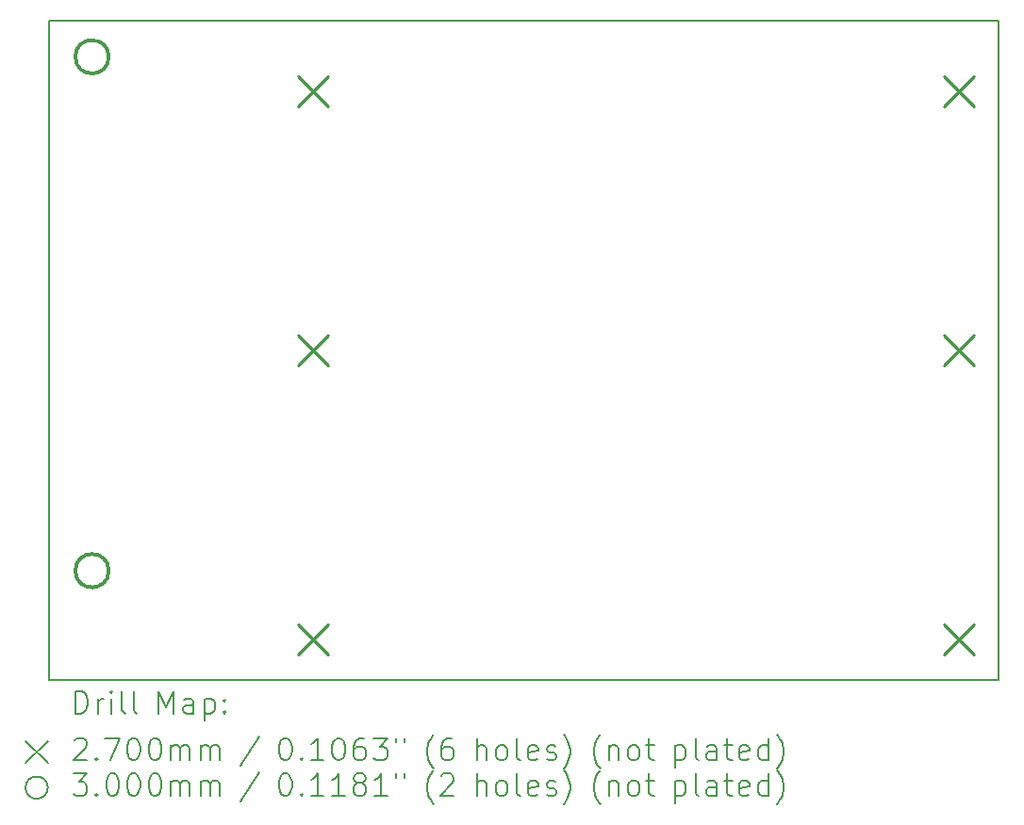
<source format=gbr>
%TF.GenerationSoftware,KiCad,Pcbnew,(7.0.0-0)*%
%TF.CreationDate,2023-03-06T18:17:48+00:00*%
%TF.ProjectId,AuxBoard,41757842-6f61-4726-942e-6b696361645f,rev?*%
%TF.SameCoordinates,Original*%
%TF.FileFunction,Drillmap*%
%TF.FilePolarity,Positive*%
%FSLAX45Y45*%
G04 Gerber Fmt 4.5, Leading zero omitted, Abs format (unit mm)*
G04 Created by KiCad (PCBNEW (7.0.0-0)) date 2023-03-06 18:17:48*
%MOMM*%
%LPD*%
G01*
G04 APERTURE LIST*
%ADD10C,0.200000*%
%ADD11C,0.270000*%
%ADD12C,0.300000*%
G04 APERTURE END LIST*
D10*
X10475000Y-4975000D02*
X19000000Y-4975000D01*
X19000000Y-4975000D02*
X19000000Y-10900000D01*
X19000000Y-10900000D02*
X10475000Y-10900000D01*
X10475000Y-10900000D02*
X10475000Y-4975000D01*
D11*
X12715000Y-5477500D02*
X12985000Y-5747500D01*
X12985000Y-5477500D02*
X12715000Y-5747500D01*
X12715000Y-7802500D02*
X12985000Y-8072500D01*
X12985000Y-7802500D02*
X12715000Y-8072500D01*
X12715000Y-10402500D02*
X12985000Y-10672500D01*
X12985000Y-10402500D02*
X12715000Y-10672500D01*
X18515000Y-5477500D02*
X18785000Y-5747500D01*
X18785000Y-5477500D02*
X18515000Y-5747500D01*
X18515000Y-7802500D02*
X18785000Y-8072500D01*
X18785000Y-7802500D02*
X18515000Y-8072500D01*
X18515000Y-10402500D02*
X18785000Y-10672500D01*
X18785000Y-10402500D02*
X18515000Y-10672500D01*
D12*
X11012500Y-5300000D02*
G75*
G03*
X11012500Y-5300000I-150000J0D01*
G01*
X11012500Y-9920000D02*
G75*
G03*
X11012500Y-9920000I-150000J0D01*
G01*
D10*
X10712619Y-11203476D02*
X10712619Y-11003476D01*
X10712619Y-11003476D02*
X10760238Y-11003476D01*
X10760238Y-11003476D02*
X10788810Y-11013000D01*
X10788810Y-11013000D02*
X10807857Y-11032048D01*
X10807857Y-11032048D02*
X10817381Y-11051095D01*
X10817381Y-11051095D02*
X10826905Y-11089190D01*
X10826905Y-11089190D02*
X10826905Y-11117762D01*
X10826905Y-11117762D02*
X10817381Y-11155857D01*
X10817381Y-11155857D02*
X10807857Y-11174905D01*
X10807857Y-11174905D02*
X10788810Y-11193952D01*
X10788810Y-11193952D02*
X10760238Y-11203476D01*
X10760238Y-11203476D02*
X10712619Y-11203476D01*
X10912619Y-11203476D02*
X10912619Y-11070143D01*
X10912619Y-11108238D02*
X10922143Y-11089190D01*
X10922143Y-11089190D02*
X10931667Y-11079667D01*
X10931667Y-11079667D02*
X10950714Y-11070143D01*
X10950714Y-11070143D02*
X10969762Y-11070143D01*
X11036429Y-11203476D02*
X11036429Y-11070143D01*
X11036429Y-11003476D02*
X11026905Y-11013000D01*
X11026905Y-11013000D02*
X11036429Y-11022524D01*
X11036429Y-11022524D02*
X11045952Y-11013000D01*
X11045952Y-11013000D02*
X11036429Y-11003476D01*
X11036429Y-11003476D02*
X11036429Y-11022524D01*
X11160238Y-11203476D02*
X11141190Y-11193952D01*
X11141190Y-11193952D02*
X11131667Y-11174905D01*
X11131667Y-11174905D02*
X11131667Y-11003476D01*
X11265000Y-11203476D02*
X11245952Y-11193952D01*
X11245952Y-11193952D02*
X11236428Y-11174905D01*
X11236428Y-11174905D02*
X11236428Y-11003476D01*
X11461190Y-11203476D02*
X11461190Y-11003476D01*
X11461190Y-11003476D02*
X11527857Y-11146333D01*
X11527857Y-11146333D02*
X11594524Y-11003476D01*
X11594524Y-11003476D02*
X11594524Y-11203476D01*
X11775476Y-11203476D02*
X11775476Y-11098714D01*
X11775476Y-11098714D02*
X11765952Y-11079667D01*
X11765952Y-11079667D02*
X11746905Y-11070143D01*
X11746905Y-11070143D02*
X11708809Y-11070143D01*
X11708809Y-11070143D02*
X11689762Y-11079667D01*
X11775476Y-11193952D02*
X11756428Y-11203476D01*
X11756428Y-11203476D02*
X11708809Y-11203476D01*
X11708809Y-11203476D02*
X11689762Y-11193952D01*
X11689762Y-11193952D02*
X11680238Y-11174905D01*
X11680238Y-11174905D02*
X11680238Y-11155857D01*
X11680238Y-11155857D02*
X11689762Y-11136810D01*
X11689762Y-11136810D02*
X11708809Y-11127286D01*
X11708809Y-11127286D02*
X11756428Y-11127286D01*
X11756428Y-11127286D02*
X11775476Y-11117762D01*
X11870714Y-11070143D02*
X11870714Y-11270143D01*
X11870714Y-11079667D02*
X11889762Y-11070143D01*
X11889762Y-11070143D02*
X11927857Y-11070143D01*
X11927857Y-11070143D02*
X11946905Y-11079667D01*
X11946905Y-11079667D02*
X11956428Y-11089190D01*
X11956428Y-11089190D02*
X11965952Y-11108238D01*
X11965952Y-11108238D02*
X11965952Y-11165381D01*
X11965952Y-11165381D02*
X11956428Y-11184429D01*
X11956428Y-11184429D02*
X11946905Y-11193952D01*
X11946905Y-11193952D02*
X11927857Y-11203476D01*
X11927857Y-11203476D02*
X11889762Y-11203476D01*
X11889762Y-11203476D02*
X11870714Y-11193952D01*
X12051667Y-11184429D02*
X12061190Y-11193952D01*
X12061190Y-11193952D02*
X12051667Y-11203476D01*
X12051667Y-11203476D02*
X12042143Y-11193952D01*
X12042143Y-11193952D02*
X12051667Y-11184429D01*
X12051667Y-11184429D02*
X12051667Y-11203476D01*
X12051667Y-11079667D02*
X12061190Y-11089190D01*
X12061190Y-11089190D02*
X12051667Y-11098714D01*
X12051667Y-11098714D02*
X12042143Y-11089190D01*
X12042143Y-11089190D02*
X12051667Y-11079667D01*
X12051667Y-11079667D02*
X12051667Y-11098714D01*
X10265000Y-11450000D02*
X10465000Y-11650000D01*
X10465000Y-11450000D02*
X10265000Y-11650000D01*
X10703095Y-11442524D02*
X10712619Y-11433000D01*
X10712619Y-11433000D02*
X10731667Y-11423476D01*
X10731667Y-11423476D02*
X10779286Y-11423476D01*
X10779286Y-11423476D02*
X10798333Y-11433000D01*
X10798333Y-11433000D02*
X10807857Y-11442524D01*
X10807857Y-11442524D02*
X10817381Y-11461571D01*
X10817381Y-11461571D02*
X10817381Y-11480619D01*
X10817381Y-11480619D02*
X10807857Y-11509190D01*
X10807857Y-11509190D02*
X10693571Y-11623476D01*
X10693571Y-11623476D02*
X10817381Y-11623476D01*
X10903095Y-11604428D02*
X10912619Y-11613952D01*
X10912619Y-11613952D02*
X10903095Y-11623476D01*
X10903095Y-11623476D02*
X10893571Y-11613952D01*
X10893571Y-11613952D02*
X10903095Y-11604428D01*
X10903095Y-11604428D02*
X10903095Y-11623476D01*
X10979286Y-11423476D02*
X11112619Y-11423476D01*
X11112619Y-11423476D02*
X11026905Y-11623476D01*
X11226905Y-11423476D02*
X11245952Y-11423476D01*
X11245952Y-11423476D02*
X11265000Y-11433000D01*
X11265000Y-11433000D02*
X11274524Y-11442524D01*
X11274524Y-11442524D02*
X11284048Y-11461571D01*
X11284048Y-11461571D02*
X11293571Y-11499667D01*
X11293571Y-11499667D02*
X11293571Y-11547286D01*
X11293571Y-11547286D02*
X11284048Y-11585381D01*
X11284048Y-11585381D02*
X11274524Y-11604428D01*
X11274524Y-11604428D02*
X11265000Y-11613952D01*
X11265000Y-11613952D02*
X11245952Y-11623476D01*
X11245952Y-11623476D02*
X11226905Y-11623476D01*
X11226905Y-11623476D02*
X11207857Y-11613952D01*
X11207857Y-11613952D02*
X11198333Y-11604428D01*
X11198333Y-11604428D02*
X11188809Y-11585381D01*
X11188809Y-11585381D02*
X11179286Y-11547286D01*
X11179286Y-11547286D02*
X11179286Y-11499667D01*
X11179286Y-11499667D02*
X11188809Y-11461571D01*
X11188809Y-11461571D02*
X11198333Y-11442524D01*
X11198333Y-11442524D02*
X11207857Y-11433000D01*
X11207857Y-11433000D02*
X11226905Y-11423476D01*
X11417381Y-11423476D02*
X11436429Y-11423476D01*
X11436429Y-11423476D02*
X11455476Y-11433000D01*
X11455476Y-11433000D02*
X11465000Y-11442524D01*
X11465000Y-11442524D02*
X11474524Y-11461571D01*
X11474524Y-11461571D02*
X11484048Y-11499667D01*
X11484048Y-11499667D02*
X11484048Y-11547286D01*
X11484048Y-11547286D02*
X11474524Y-11585381D01*
X11474524Y-11585381D02*
X11465000Y-11604428D01*
X11465000Y-11604428D02*
X11455476Y-11613952D01*
X11455476Y-11613952D02*
X11436429Y-11623476D01*
X11436429Y-11623476D02*
X11417381Y-11623476D01*
X11417381Y-11623476D02*
X11398333Y-11613952D01*
X11398333Y-11613952D02*
X11388809Y-11604428D01*
X11388809Y-11604428D02*
X11379286Y-11585381D01*
X11379286Y-11585381D02*
X11369762Y-11547286D01*
X11369762Y-11547286D02*
X11369762Y-11499667D01*
X11369762Y-11499667D02*
X11379286Y-11461571D01*
X11379286Y-11461571D02*
X11388809Y-11442524D01*
X11388809Y-11442524D02*
X11398333Y-11433000D01*
X11398333Y-11433000D02*
X11417381Y-11423476D01*
X11569762Y-11623476D02*
X11569762Y-11490143D01*
X11569762Y-11509190D02*
X11579286Y-11499667D01*
X11579286Y-11499667D02*
X11598333Y-11490143D01*
X11598333Y-11490143D02*
X11626905Y-11490143D01*
X11626905Y-11490143D02*
X11645952Y-11499667D01*
X11645952Y-11499667D02*
X11655476Y-11518714D01*
X11655476Y-11518714D02*
X11655476Y-11623476D01*
X11655476Y-11518714D02*
X11665000Y-11499667D01*
X11665000Y-11499667D02*
X11684048Y-11490143D01*
X11684048Y-11490143D02*
X11712619Y-11490143D01*
X11712619Y-11490143D02*
X11731667Y-11499667D01*
X11731667Y-11499667D02*
X11741190Y-11518714D01*
X11741190Y-11518714D02*
X11741190Y-11623476D01*
X11836429Y-11623476D02*
X11836429Y-11490143D01*
X11836429Y-11509190D02*
X11845952Y-11499667D01*
X11845952Y-11499667D02*
X11865000Y-11490143D01*
X11865000Y-11490143D02*
X11893571Y-11490143D01*
X11893571Y-11490143D02*
X11912619Y-11499667D01*
X11912619Y-11499667D02*
X11922143Y-11518714D01*
X11922143Y-11518714D02*
X11922143Y-11623476D01*
X11922143Y-11518714D02*
X11931667Y-11499667D01*
X11931667Y-11499667D02*
X11950714Y-11490143D01*
X11950714Y-11490143D02*
X11979286Y-11490143D01*
X11979286Y-11490143D02*
X11998333Y-11499667D01*
X11998333Y-11499667D02*
X12007857Y-11518714D01*
X12007857Y-11518714D02*
X12007857Y-11623476D01*
X12365952Y-11413952D02*
X12194524Y-11671095D01*
X12590714Y-11423476D02*
X12609762Y-11423476D01*
X12609762Y-11423476D02*
X12628810Y-11433000D01*
X12628810Y-11433000D02*
X12638333Y-11442524D01*
X12638333Y-11442524D02*
X12647857Y-11461571D01*
X12647857Y-11461571D02*
X12657381Y-11499667D01*
X12657381Y-11499667D02*
X12657381Y-11547286D01*
X12657381Y-11547286D02*
X12647857Y-11585381D01*
X12647857Y-11585381D02*
X12638333Y-11604428D01*
X12638333Y-11604428D02*
X12628810Y-11613952D01*
X12628810Y-11613952D02*
X12609762Y-11623476D01*
X12609762Y-11623476D02*
X12590714Y-11623476D01*
X12590714Y-11623476D02*
X12571667Y-11613952D01*
X12571667Y-11613952D02*
X12562143Y-11604428D01*
X12562143Y-11604428D02*
X12552619Y-11585381D01*
X12552619Y-11585381D02*
X12543095Y-11547286D01*
X12543095Y-11547286D02*
X12543095Y-11499667D01*
X12543095Y-11499667D02*
X12552619Y-11461571D01*
X12552619Y-11461571D02*
X12562143Y-11442524D01*
X12562143Y-11442524D02*
X12571667Y-11433000D01*
X12571667Y-11433000D02*
X12590714Y-11423476D01*
X12743095Y-11604428D02*
X12752619Y-11613952D01*
X12752619Y-11613952D02*
X12743095Y-11623476D01*
X12743095Y-11623476D02*
X12733571Y-11613952D01*
X12733571Y-11613952D02*
X12743095Y-11604428D01*
X12743095Y-11604428D02*
X12743095Y-11623476D01*
X12943095Y-11623476D02*
X12828810Y-11623476D01*
X12885952Y-11623476D02*
X12885952Y-11423476D01*
X12885952Y-11423476D02*
X12866905Y-11452048D01*
X12866905Y-11452048D02*
X12847857Y-11471095D01*
X12847857Y-11471095D02*
X12828810Y-11480619D01*
X13066905Y-11423476D02*
X13085952Y-11423476D01*
X13085952Y-11423476D02*
X13105000Y-11433000D01*
X13105000Y-11433000D02*
X13114524Y-11442524D01*
X13114524Y-11442524D02*
X13124048Y-11461571D01*
X13124048Y-11461571D02*
X13133571Y-11499667D01*
X13133571Y-11499667D02*
X13133571Y-11547286D01*
X13133571Y-11547286D02*
X13124048Y-11585381D01*
X13124048Y-11585381D02*
X13114524Y-11604428D01*
X13114524Y-11604428D02*
X13105000Y-11613952D01*
X13105000Y-11613952D02*
X13085952Y-11623476D01*
X13085952Y-11623476D02*
X13066905Y-11623476D01*
X13066905Y-11623476D02*
X13047857Y-11613952D01*
X13047857Y-11613952D02*
X13038333Y-11604428D01*
X13038333Y-11604428D02*
X13028810Y-11585381D01*
X13028810Y-11585381D02*
X13019286Y-11547286D01*
X13019286Y-11547286D02*
X13019286Y-11499667D01*
X13019286Y-11499667D02*
X13028810Y-11461571D01*
X13028810Y-11461571D02*
X13038333Y-11442524D01*
X13038333Y-11442524D02*
X13047857Y-11433000D01*
X13047857Y-11433000D02*
X13066905Y-11423476D01*
X13305000Y-11423476D02*
X13266905Y-11423476D01*
X13266905Y-11423476D02*
X13247857Y-11433000D01*
X13247857Y-11433000D02*
X13238333Y-11442524D01*
X13238333Y-11442524D02*
X13219286Y-11471095D01*
X13219286Y-11471095D02*
X13209762Y-11509190D01*
X13209762Y-11509190D02*
X13209762Y-11585381D01*
X13209762Y-11585381D02*
X13219286Y-11604428D01*
X13219286Y-11604428D02*
X13228810Y-11613952D01*
X13228810Y-11613952D02*
X13247857Y-11623476D01*
X13247857Y-11623476D02*
X13285952Y-11623476D01*
X13285952Y-11623476D02*
X13305000Y-11613952D01*
X13305000Y-11613952D02*
X13314524Y-11604428D01*
X13314524Y-11604428D02*
X13324048Y-11585381D01*
X13324048Y-11585381D02*
X13324048Y-11537762D01*
X13324048Y-11537762D02*
X13314524Y-11518714D01*
X13314524Y-11518714D02*
X13305000Y-11509190D01*
X13305000Y-11509190D02*
X13285952Y-11499667D01*
X13285952Y-11499667D02*
X13247857Y-11499667D01*
X13247857Y-11499667D02*
X13228810Y-11509190D01*
X13228810Y-11509190D02*
X13219286Y-11518714D01*
X13219286Y-11518714D02*
X13209762Y-11537762D01*
X13390714Y-11423476D02*
X13514524Y-11423476D01*
X13514524Y-11423476D02*
X13447857Y-11499667D01*
X13447857Y-11499667D02*
X13476429Y-11499667D01*
X13476429Y-11499667D02*
X13495476Y-11509190D01*
X13495476Y-11509190D02*
X13505000Y-11518714D01*
X13505000Y-11518714D02*
X13514524Y-11537762D01*
X13514524Y-11537762D02*
X13514524Y-11585381D01*
X13514524Y-11585381D02*
X13505000Y-11604428D01*
X13505000Y-11604428D02*
X13495476Y-11613952D01*
X13495476Y-11613952D02*
X13476429Y-11623476D01*
X13476429Y-11623476D02*
X13419286Y-11623476D01*
X13419286Y-11623476D02*
X13400238Y-11613952D01*
X13400238Y-11613952D02*
X13390714Y-11604428D01*
X13590714Y-11423476D02*
X13590714Y-11461571D01*
X13666905Y-11423476D02*
X13666905Y-11461571D01*
X13929762Y-11699667D02*
X13920238Y-11690143D01*
X13920238Y-11690143D02*
X13901191Y-11661571D01*
X13901191Y-11661571D02*
X13891667Y-11642524D01*
X13891667Y-11642524D02*
X13882143Y-11613952D01*
X13882143Y-11613952D02*
X13872619Y-11566333D01*
X13872619Y-11566333D02*
X13872619Y-11528238D01*
X13872619Y-11528238D02*
X13882143Y-11480619D01*
X13882143Y-11480619D02*
X13891667Y-11452048D01*
X13891667Y-11452048D02*
X13901191Y-11433000D01*
X13901191Y-11433000D02*
X13920238Y-11404428D01*
X13920238Y-11404428D02*
X13929762Y-11394905D01*
X14091667Y-11423476D02*
X14053571Y-11423476D01*
X14053571Y-11423476D02*
X14034524Y-11433000D01*
X14034524Y-11433000D02*
X14025000Y-11442524D01*
X14025000Y-11442524D02*
X14005952Y-11471095D01*
X14005952Y-11471095D02*
X13996429Y-11509190D01*
X13996429Y-11509190D02*
X13996429Y-11585381D01*
X13996429Y-11585381D02*
X14005952Y-11604428D01*
X14005952Y-11604428D02*
X14015476Y-11613952D01*
X14015476Y-11613952D02*
X14034524Y-11623476D01*
X14034524Y-11623476D02*
X14072619Y-11623476D01*
X14072619Y-11623476D02*
X14091667Y-11613952D01*
X14091667Y-11613952D02*
X14101191Y-11604428D01*
X14101191Y-11604428D02*
X14110714Y-11585381D01*
X14110714Y-11585381D02*
X14110714Y-11537762D01*
X14110714Y-11537762D02*
X14101191Y-11518714D01*
X14101191Y-11518714D02*
X14091667Y-11509190D01*
X14091667Y-11509190D02*
X14072619Y-11499667D01*
X14072619Y-11499667D02*
X14034524Y-11499667D01*
X14034524Y-11499667D02*
X14015476Y-11509190D01*
X14015476Y-11509190D02*
X14005952Y-11518714D01*
X14005952Y-11518714D02*
X13996429Y-11537762D01*
X14316429Y-11623476D02*
X14316429Y-11423476D01*
X14402143Y-11623476D02*
X14402143Y-11518714D01*
X14402143Y-11518714D02*
X14392619Y-11499667D01*
X14392619Y-11499667D02*
X14373572Y-11490143D01*
X14373572Y-11490143D02*
X14345000Y-11490143D01*
X14345000Y-11490143D02*
X14325952Y-11499667D01*
X14325952Y-11499667D02*
X14316429Y-11509190D01*
X14525952Y-11623476D02*
X14506905Y-11613952D01*
X14506905Y-11613952D02*
X14497381Y-11604428D01*
X14497381Y-11604428D02*
X14487857Y-11585381D01*
X14487857Y-11585381D02*
X14487857Y-11528238D01*
X14487857Y-11528238D02*
X14497381Y-11509190D01*
X14497381Y-11509190D02*
X14506905Y-11499667D01*
X14506905Y-11499667D02*
X14525952Y-11490143D01*
X14525952Y-11490143D02*
X14554524Y-11490143D01*
X14554524Y-11490143D02*
X14573572Y-11499667D01*
X14573572Y-11499667D02*
X14583095Y-11509190D01*
X14583095Y-11509190D02*
X14592619Y-11528238D01*
X14592619Y-11528238D02*
X14592619Y-11585381D01*
X14592619Y-11585381D02*
X14583095Y-11604428D01*
X14583095Y-11604428D02*
X14573572Y-11613952D01*
X14573572Y-11613952D02*
X14554524Y-11623476D01*
X14554524Y-11623476D02*
X14525952Y-11623476D01*
X14706905Y-11623476D02*
X14687857Y-11613952D01*
X14687857Y-11613952D02*
X14678333Y-11594905D01*
X14678333Y-11594905D02*
X14678333Y-11423476D01*
X14859286Y-11613952D02*
X14840238Y-11623476D01*
X14840238Y-11623476D02*
X14802143Y-11623476D01*
X14802143Y-11623476D02*
X14783095Y-11613952D01*
X14783095Y-11613952D02*
X14773572Y-11594905D01*
X14773572Y-11594905D02*
X14773572Y-11518714D01*
X14773572Y-11518714D02*
X14783095Y-11499667D01*
X14783095Y-11499667D02*
X14802143Y-11490143D01*
X14802143Y-11490143D02*
X14840238Y-11490143D01*
X14840238Y-11490143D02*
X14859286Y-11499667D01*
X14859286Y-11499667D02*
X14868810Y-11518714D01*
X14868810Y-11518714D02*
X14868810Y-11537762D01*
X14868810Y-11537762D02*
X14773572Y-11556809D01*
X14945000Y-11613952D02*
X14964048Y-11623476D01*
X14964048Y-11623476D02*
X15002143Y-11623476D01*
X15002143Y-11623476D02*
X15021191Y-11613952D01*
X15021191Y-11613952D02*
X15030714Y-11594905D01*
X15030714Y-11594905D02*
X15030714Y-11585381D01*
X15030714Y-11585381D02*
X15021191Y-11566333D01*
X15021191Y-11566333D02*
X15002143Y-11556809D01*
X15002143Y-11556809D02*
X14973572Y-11556809D01*
X14973572Y-11556809D02*
X14954524Y-11547286D01*
X14954524Y-11547286D02*
X14945000Y-11528238D01*
X14945000Y-11528238D02*
X14945000Y-11518714D01*
X14945000Y-11518714D02*
X14954524Y-11499667D01*
X14954524Y-11499667D02*
X14973572Y-11490143D01*
X14973572Y-11490143D02*
X15002143Y-11490143D01*
X15002143Y-11490143D02*
X15021191Y-11499667D01*
X15097381Y-11699667D02*
X15106905Y-11690143D01*
X15106905Y-11690143D02*
X15125953Y-11661571D01*
X15125953Y-11661571D02*
X15135476Y-11642524D01*
X15135476Y-11642524D02*
X15145000Y-11613952D01*
X15145000Y-11613952D02*
X15154524Y-11566333D01*
X15154524Y-11566333D02*
X15154524Y-11528238D01*
X15154524Y-11528238D02*
X15145000Y-11480619D01*
X15145000Y-11480619D02*
X15135476Y-11452048D01*
X15135476Y-11452048D02*
X15125953Y-11433000D01*
X15125953Y-11433000D02*
X15106905Y-11404428D01*
X15106905Y-11404428D02*
X15097381Y-11394905D01*
X15426905Y-11699667D02*
X15417381Y-11690143D01*
X15417381Y-11690143D02*
X15398333Y-11661571D01*
X15398333Y-11661571D02*
X15388810Y-11642524D01*
X15388810Y-11642524D02*
X15379286Y-11613952D01*
X15379286Y-11613952D02*
X15369762Y-11566333D01*
X15369762Y-11566333D02*
X15369762Y-11528238D01*
X15369762Y-11528238D02*
X15379286Y-11480619D01*
X15379286Y-11480619D02*
X15388810Y-11452048D01*
X15388810Y-11452048D02*
X15398333Y-11433000D01*
X15398333Y-11433000D02*
X15417381Y-11404428D01*
X15417381Y-11404428D02*
X15426905Y-11394905D01*
X15503095Y-11490143D02*
X15503095Y-11623476D01*
X15503095Y-11509190D02*
X15512619Y-11499667D01*
X15512619Y-11499667D02*
X15531667Y-11490143D01*
X15531667Y-11490143D02*
X15560238Y-11490143D01*
X15560238Y-11490143D02*
X15579286Y-11499667D01*
X15579286Y-11499667D02*
X15588810Y-11518714D01*
X15588810Y-11518714D02*
X15588810Y-11623476D01*
X15712619Y-11623476D02*
X15693572Y-11613952D01*
X15693572Y-11613952D02*
X15684048Y-11604428D01*
X15684048Y-11604428D02*
X15674524Y-11585381D01*
X15674524Y-11585381D02*
X15674524Y-11528238D01*
X15674524Y-11528238D02*
X15684048Y-11509190D01*
X15684048Y-11509190D02*
X15693572Y-11499667D01*
X15693572Y-11499667D02*
X15712619Y-11490143D01*
X15712619Y-11490143D02*
X15741191Y-11490143D01*
X15741191Y-11490143D02*
X15760238Y-11499667D01*
X15760238Y-11499667D02*
X15769762Y-11509190D01*
X15769762Y-11509190D02*
X15779286Y-11528238D01*
X15779286Y-11528238D02*
X15779286Y-11585381D01*
X15779286Y-11585381D02*
X15769762Y-11604428D01*
X15769762Y-11604428D02*
X15760238Y-11613952D01*
X15760238Y-11613952D02*
X15741191Y-11623476D01*
X15741191Y-11623476D02*
X15712619Y-11623476D01*
X15836429Y-11490143D02*
X15912619Y-11490143D01*
X15865000Y-11423476D02*
X15865000Y-11594905D01*
X15865000Y-11594905D02*
X15874524Y-11613952D01*
X15874524Y-11613952D02*
X15893572Y-11623476D01*
X15893572Y-11623476D02*
X15912619Y-11623476D01*
X16099286Y-11490143D02*
X16099286Y-11690143D01*
X16099286Y-11499667D02*
X16118333Y-11490143D01*
X16118333Y-11490143D02*
X16156429Y-11490143D01*
X16156429Y-11490143D02*
X16175476Y-11499667D01*
X16175476Y-11499667D02*
X16185000Y-11509190D01*
X16185000Y-11509190D02*
X16194524Y-11528238D01*
X16194524Y-11528238D02*
X16194524Y-11585381D01*
X16194524Y-11585381D02*
X16185000Y-11604428D01*
X16185000Y-11604428D02*
X16175476Y-11613952D01*
X16175476Y-11613952D02*
X16156429Y-11623476D01*
X16156429Y-11623476D02*
X16118333Y-11623476D01*
X16118333Y-11623476D02*
X16099286Y-11613952D01*
X16308810Y-11623476D02*
X16289762Y-11613952D01*
X16289762Y-11613952D02*
X16280238Y-11594905D01*
X16280238Y-11594905D02*
X16280238Y-11423476D01*
X16470714Y-11623476D02*
X16470714Y-11518714D01*
X16470714Y-11518714D02*
X16461191Y-11499667D01*
X16461191Y-11499667D02*
X16442143Y-11490143D01*
X16442143Y-11490143D02*
X16404048Y-11490143D01*
X16404048Y-11490143D02*
X16385000Y-11499667D01*
X16470714Y-11613952D02*
X16451667Y-11623476D01*
X16451667Y-11623476D02*
X16404048Y-11623476D01*
X16404048Y-11623476D02*
X16385000Y-11613952D01*
X16385000Y-11613952D02*
X16375476Y-11594905D01*
X16375476Y-11594905D02*
X16375476Y-11575857D01*
X16375476Y-11575857D02*
X16385000Y-11556809D01*
X16385000Y-11556809D02*
X16404048Y-11547286D01*
X16404048Y-11547286D02*
X16451667Y-11547286D01*
X16451667Y-11547286D02*
X16470714Y-11537762D01*
X16537381Y-11490143D02*
X16613572Y-11490143D01*
X16565953Y-11423476D02*
X16565953Y-11594905D01*
X16565953Y-11594905D02*
X16575476Y-11613952D01*
X16575476Y-11613952D02*
X16594524Y-11623476D01*
X16594524Y-11623476D02*
X16613572Y-11623476D01*
X16756429Y-11613952D02*
X16737381Y-11623476D01*
X16737381Y-11623476D02*
X16699286Y-11623476D01*
X16699286Y-11623476D02*
X16680238Y-11613952D01*
X16680238Y-11613952D02*
X16670714Y-11594905D01*
X16670714Y-11594905D02*
X16670714Y-11518714D01*
X16670714Y-11518714D02*
X16680238Y-11499667D01*
X16680238Y-11499667D02*
X16699286Y-11490143D01*
X16699286Y-11490143D02*
X16737381Y-11490143D01*
X16737381Y-11490143D02*
X16756429Y-11499667D01*
X16756429Y-11499667D02*
X16765953Y-11518714D01*
X16765953Y-11518714D02*
X16765953Y-11537762D01*
X16765953Y-11537762D02*
X16670714Y-11556809D01*
X16937381Y-11623476D02*
X16937381Y-11423476D01*
X16937381Y-11613952D02*
X16918334Y-11623476D01*
X16918334Y-11623476D02*
X16880238Y-11623476D01*
X16880238Y-11623476D02*
X16861191Y-11613952D01*
X16861191Y-11613952D02*
X16851667Y-11604428D01*
X16851667Y-11604428D02*
X16842143Y-11585381D01*
X16842143Y-11585381D02*
X16842143Y-11528238D01*
X16842143Y-11528238D02*
X16851667Y-11509190D01*
X16851667Y-11509190D02*
X16861191Y-11499667D01*
X16861191Y-11499667D02*
X16880238Y-11490143D01*
X16880238Y-11490143D02*
X16918334Y-11490143D01*
X16918334Y-11490143D02*
X16937381Y-11499667D01*
X17013572Y-11699667D02*
X17023096Y-11690143D01*
X17023096Y-11690143D02*
X17042143Y-11661571D01*
X17042143Y-11661571D02*
X17051667Y-11642524D01*
X17051667Y-11642524D02*
X17061191Y-11613952D01*
X17061191Y-11613952D02*
X17070715Y-11566333D01*
X17070715Y-11566333D02*
X17070715Y-11528238D01*
X17070715Y-11528238D02*
X17061191Y-11480619D01*
X17061191Y-11480619D02*
X17051667Y-11452048D01*
X17051667Y-11452048D02*
X17042143Y-11433000D01*
X17042143Y-11433000D02*
X17023096Y-11404428D01*
X17023096Y-11404428D02*
X17013572Y-11394905D01*
X10465000Y-11870000D02*
G75*
G03*
X10465000Y-11870000I-100000J0D01*
G01*
X10693571Y-11743476D02*
X10817381Y-11743476D01*
X10817381Y-11743476D02*
X10750714Y-11819667D01*
X10750714Y-11819667D02*
X10779286Y-11819667D01*
X10779286Y-11819667D02*
X10798333Y-11829190D01*
X10798333Y-11829190D02*
X10807857Y-11838714D01*
X10807857Y-11838714D02*
X10817381Y-11857762D01*
X10817381Y-11857762D02*
X10817381Y-11905381D01*
X10817381Y-11905381D02*
X10807857Y-11924428D01*
X10807857Y-11924428D02*
X10798333Y-11933952D01*
X10798333Y-11933952D02*
X10779286Y-11943476D01*
X10779286Y-11943476D02*
X10722143Y-11943476D01*
X10722143Y-11943476D02*
X10703095Y-11933952D01*
X10703095Y-11933952D02*
X10693571Y-11924428D01*
X10903095Y-11924428D02*
X10912619Y-11933952D01*
X10912619Y-11933952D02*
X10903095Y-11943476D01*
X10903095Y-11943476D02*
X10893571Y-11933952D01*
X10893571Y-11933952D02*
X10903095Y-11924428D01*
X10903095Y-11924428D02*
X10903095Y-11943476D01*
X11036429Y-11743476D02*
X11055476Y-11743476D01*
X11055476Y-11743476D02*
X11074524Y-11753000D01*
X11074524Y-11753000D02*
X11084048Y-11762524D01*
X11084048Y-11762524D02*
X11093571Y-11781571D01*
X11093571Y-11781571D02*
X11103095Y-11819667D01*
X11103095Y-11819667D02*
X11103095Y-11867286D01*
X11103095Y-11867286D02*
X11093571Y-11905381D01*
X11093571Y-11905381D02*
X11084048Y-11924428D01*
X11084048Y-11924428D02*
X11074524Y-11933952D01*
X11074524Y-11933952D02*
X11055476Y-11943476D01*
X11055476Y-11943476D02*
X11036429Y-11943476D01*
X11036429Y-11943476D02*
X11017381Y-11933952D01*
X11017381Y-11933952D02*
X11007857Y-11924428D01*
X11007857Y-11924428D02*
X10998333Y-11905381D01*
X10998333Y-11905381D02*
X10988810Y-11867286D01*
X10988810Y-11867286D02*
X10988810Y-11819667D01*
X10988810Y-11819667D02*
X10998333Y-11781571D01*
X10998333Y-11781571D02*
X11007857Y-11762524D01*
X11007857Y-11762524D02*
X11017381Y-11753000D01*
X11017381Y-11753000D02*
X11036429Y-11743476D01*
X11226905Y-11743476D02*
X11245952Y-11743476D01*
X11245952Y-11743476D02*
X11265000Y-11753000D01*
X11265000Y-11753000D02*
X11274524Y-11762524D01*
X11274524Y-11762524D02*
X11284048Y-11781571D01*
X11284048Y-11781571D02*
X11293571Y-11819667D01*
X11293571Y-11819667D02*
X11293571Y-11867286D01*
X11293571Y-11867286D02*
X11284048Y-11905381D01*
X11284048Y-11905381D02*
X11274524Y-11924428D01*
X11274524Y-11924428D02*
X11265000Y-11933952D01*
X11265000Y-11933952D02*
X11245952Y-11943476D01*
X11245952Y-11943476D02*
X11226905Y-11943476D01*
X11226905Y-11943476D02*
X11207857Y-11933952D01*
X11207857Y-11933952D02*
X11198333Y-11924428D01*
X11198333Y-11924428D02*
X11188809Y-11905381D01*
X11188809Y-11905381D02*
X11179286Y-11867286D01*
X11179286Y-11867286D02*
X11179286Y-11819667D01*
X11179286Y-11819667D02*
X11188809Y-11781571D01*
X11188809Y-11781571D02*
X11198333Y-11762524D01*
X11198333Y-11762524D02*
X11207857Y-11753000D01*
X11207857Y-11753000D02*
X11226905Y-11743476D01*
X11417381Y-11743476D02*
X11436429Y-11743476D01*
X11436429Y-11743476D02*
X11455476Y-11753000D01*
X11455476Y-11753000D02*
X11465000Y-11762524D01*
X11465000Y-11762524D02*
X11474524Y-11781571D01*
X11474524Y-11781571D02*
X11484048Y-11819667D01*
X11484048Y-11819667D02*
X11484048Y-11867286D01*
X11484048Y-11867286D02*
X11474524Y-11905381D01*
X11474524Y-11905381D02*
X11465000Y-11924428D01*
X11465000Y-11924428D02*
X11455476Y-11933952D01*
X11455476Y-11933952D02*
X11436429Y-11943476D01*
X11436429Y-11943476D02*
X11417381Y-11943476D01*
X11417381Y-11943476D02*
X11398333Y-11933952D01*
X11398333Y-11933952D02*
X11388809Y-11924428D01*
X11388809Y-11924428D02*
X11379286Y-11905381D01*
X11379286Y-11905381D02*
X11369762Y-11867286D01*
X11369762Y-11867286D02*
X11369762Y-11819667D01*
X11369762Y-11819667D02*
X11379286Y-11781571D01*
X11379286Y-11781571D02*
X11388809Y-11762524D01*
X11388809Y-11762524D02*
X11398333Y-11753000D01*
X11398333Y-11753000D02*
X11417381Y-11743476D01*
X11569762Y-11943476D02*
X11569762Y-11810143D01*
X11569762Y-11829190D02*
X11579286Y-11819667D01*
X11579286Y-11819667D02*
X11598333Y-11810143D01*
X11598333Y-11810143D02*
X11626905Y-11810143D01*
X11626905Y-11810143D02*
X11645952Y-11819667D01*
X11645952Y-11819667D02*
X11655476Y-11838714D01*
X11655476Y-11838714D02*
X11655476Y-11943476D01*
X11655476Y-11838714D02*
X11665000Y-11819667D01*
X11665000Y-11819667D02*
X11684048Y-11810143D01*
X11684048Y-11810143D02*
X11712619Y-11810143D01*
X11712619Y-11810143D02*
X11731667Y-11819667D01*
X11731667Y-11819667D02*
X11741190Y-11838714D01*
X11741190Y-11838714D02*
X11741190Y-11943476D01*
X11836429Y-11943476D02*
X11836429Y-11810143D01*
X11836429Y-11829190D02*
X11845952Y-11819667D01*
X11845952Y-11819667D02*
X11865000Y-11810143D01*
X11865000Y-11810143D02*
X11893571Y-11810143D01*
X11893571Y-11810143D02*
X11912619Y-11819667D01*
X11912619Y-11819667D02*
X11922143Y-11838714D01*
X11922143Y-11838714D02*
X11922143Y-11943476D01*
X11922143Y-11838714D02*
X11931667Y-11819667D01*
X11931667Y-11819667D02*
X11950714Y-11810143D01*
X11950714Y-11810143D02*
X11979286Y-11810143D01*
X11979286Y-11810143D02*
X11998333Y-11819667D01*
X11998333Y-11819667D02*
X12007857Y-11838714D01*
X12007857Y-11838714D02*
X12007857Y-11943476D01*
X12365952Y-11733952D02*
X12194524Y-11991095D01*
X12590714Y-11743476D02*
X12609762Y-11743476D01*
X12609762Y-11743476D02*
X12628810Y-11753000D01*
X12628810Y-11753000D02*
X12638333Y-11762524D01*
X12638333Y-11762524D02*
X12647857Y-11781571D01*
X12647857Y-11781571D02*
X12657381Y-11819667D01*
X12657381Y-11819667D02*
X12657381Y-11867286D01*
X12657381Y-11867286D02*
X12647857Y-11905381D01*
X12647857Y-11905381D02*
X12638333Y-11924428D01*
X12638333Y-11924428D02*
X12628810Y-11933952D01*
X12628810Y-11933952D02*
X12609762Y-11943476D01*
X12609762Y-11943476D02*
X12590714Y-11943476D01*
X12590714Y-11943476D02*
X12571667Y-11933952D01*
X12571667Y-11933952D02*
X12562143Y-11924428D01*
X12562143Y-11924428D02*
X12552619Y-11905381D01*
X12552619Y-11905381D02*
X12543095Y-11867286D01*
X12543095Y-11867286D02*
X12543095Y-11819667D01*
X12543095Y-11819667D02*
X12552619Y-11781571D01*
X12552619Y-11781571D02*
X12562143Y-11762524D01*
X12562143Y-11762524D02*
X12571667Y-11753000D01*
X12571667Y-11753000D02*
X12590714Y-11743476D01*
X12743095Y-11924428D02*
X12752619Y-11933952D01*
X12752619Y-11933952D02*
X12743095Y-11943476D01*
X12743095Y-11943476D02*
X12733571Y-11933952D01*
X12733571Y-11933952D02*
X12743095Y-11924428D01*
X12743095Y-11924428D02*
X12743095Y-11943476D01*
X12943095Y-11943476D02*
X12828810Y-11943476D01*
X12885952Y-11943476D02*
X12885952Y-11743476D01*
X12885952Y-11743476D02*
X12866905Y-11772048D01*
X12866905Y-11772048D02*
X12847857Y-11791095D01*
X12847857Y-11791095D02*
X12828810Y-11800619D01*
X13133571Y-11943476D02*
X13019286Y-11943476D01*
X13076429Y-11943476D02*
X13076429Y-11743476D01*
X13076429Y-11743476D02*
X13057381Y-11772048D01*
X13057381Y-11772048D02*
X13038333Y-11791095D01*
X13038333Y-11791095D02*
X13019286Y-11800619D01*
X13247857Y-11829190D02*
X13228810Y-11819667D01*
X13228810Y-11819667D02*
X13219286Y-11810143D01*
X13219286Y-11810143D02*
X13209762Y-11791095D01*
X13209762Y-11791095D02*
X13209762Y-11781571D01*
X13209762Y-11781571D02*
X13219286Y-11762524D01*
X13219286Y-11762524D02*
X13228810Y-11753000D01*
X13228810Y-11753000D02*
X13247857Y-11743476D01*
X13247857Y-11743476D02*
X13285952Y-11743476D01*
X13285952Y-11743476D02*
X13305000Y-11753000D01*
X13305000Y-11753000D02*
X13314524Y-11762524D01*
X13314524Y-11762524D02*
X13324048Y-11781571D01*
X13324048Y-11781571D02*
X13324048Y-11791095D01*
X13324048Y-11791095D02*
X13314524Y-11810143D01*
X13314524Y-11810143D02*
X13305000Y-11819667D01*
X13305000Y-11819667D02*
X13285952Y-11829190D01*
X13285952Y-11829190D02*
X13247857Y-11829190D01*
X13247857Y-11829190D02*
X13228810Y-11838714D01*
X13228810Y-11838714D02*
X13219286Y-11848238D01*
X13219286Y-11848238D02*
X13209762Y-11867286D01*
X13209762Y-11867286D02*
X13209762Y-11905381D01*
X13209762Y-11905381D02*
X13219286Y-11924428D01*
X13219286Y-11924428D02*
X13228810Y-11933952D01*
X13228810Y-11933952D02*
X13247857Y-11943476D01*
X13247857Y-11943476D02*
X13285952Y-11943476D01*
X13285952Y-11943476D02*
X13305000Y-11933952D01*
X13305000Y-11933952D02*
X13314524Y-11924428D01*
X13314524Y-11924428D02*
X13324048Y-11905381D01*
X13324048Y-11905381D02*
X13324048Y-11867286D01*
X13324048Y-11867286D02*
X13314524Y-11848238D01*
X13314524Y-11848238D02*
X13305000Y-11838714D01*
X13305000Y-11838714D02*
X13285952Y-11829190D01*
X13514524Y-11943476D02*
X13400238Y-11943476D01*
X13457381Y-11943476D02*
X13457381Y-11743476D01*
X13457381Y-11743476D02*
X13438333Y-11772048D01*
X13438333Y-11772048D02*
X13419286Y-11791095D01*
X13419286Y-11791095D02*
X13400238Y-11800619D01*
X13590714Y-11743476D02*
X13590714Y-11781571D01*
X13666905Y-11743476D02*
X13666905Y-11781571D01*
X13929762Y-12019667D02*
X13920238Y-12010143D01*
X13920238Y-12010143D02*
X13901191Y-11981571D01*
X13901191Y-11981571D02*
X13891667Y-11962524D01*
X13891667Y-11962524D02*
X13882143Y-11933952D01*
X13882143Y-11933952D02*
X13872619Y-11886333D01*
X13872619Y-11886333D02*
X13872619Y-11848238D01*
X13872619Y-11848238D02*
X13882143Y-11800619D01*
X13882143Y-11800619D02*
X13891667Y-11772048D01*
X13891667Y-11772048D02*
X13901191Y-11753000D01*
X13901191Y-11753000D02*
X13920238Y-11724428D01*
X13920238Y-11724428D02*
X13929762Y-11714905D01*
X13996429Y-11762524D02*
X14005952Y-11753000D01*
X14005952Y-11753000D02*
X14025000Y-11743476D01*
X14025000Y-11743476D02*
X14072619Y-11743476D01*
X14072619Y-11743476D02*
X14091667Y-11753000D01*
X14091667Y-11753000D02*
X14101191Y-11762524D01*
X14101191Y-11762524D02*
X14110714Y-11781571D01*
X14110714Y-11781571D02*
X14110714Y-11800619D01*
X14110714Y-11800619D02*
X14101191Y-11829190D01*
X14101191Y-11829190D02*
X13986905Y-11943476D01*
X13986905Y-11943476D02*
X14110714Y-11943476D01*
X14316429Y-11943476D02*
X14316429Y-11743476D01*
X14402143Y-11943476D02*
X14402143Y-11838714D01*
X14402143Y-11838714D02*
X14392619Y-11819667D01*
X14392619Y-11819667D02*
X14373572Y-11810143D01*
X14373572Y-11810143D02*
X14345000Y-11810143D01*
X14345000Y-11810143D02*
X14325952Y-11819667D01*
X14325952Y-11819667D02*
X14316429Y-11829190D01*
X14525952Y-11943476D02*
X14506905Y-11933952D01*
X14506905Y-11933952D02*
X14497381Y-11924428D01*
X14497381Y-11924428D02*
X14487857Y-11905381D01*
X14487857Y-11905381D02*
X14487857Y-11848238D01*
X14487857Y-11848238D02*
X14497381Y-11829190D01*
X14497381Y-11829190D02*
X14506905Y-11819667D01*
X14506905Y-11819667D02*
X14525952Y-11810143D01*
X14525952Y-11810143D02*
X14554524Y-11810143D01*
X14554524Y-11810143D02*
X14573572Y-11819667D01*
X14573572Y-11819667D02*
X14583095Y-11829190D01*
X14583095Y-11829190D02*
X14592619Y-11848238D01*
X14592619Y-11848238D02*
X14592619Y-11905381D01*
X14592619Y-11905381D02*
X14583095Y-11924428D01*
X14583095Y-11924428D02*
X14573572Y-11933952D01*
X14573572Y-11933952D02*
X14554524Y-11943476D01*
X14554524Y-11943476D02*
X14525952Y-11943476D01*
X14706905Y-11943476D02*
X14687857Y-11933952D01*
X14687857Y-11933952D02*
X14678333Y-11914905D01*
X14678333Y-11914905D02*
X14678333Y-11743476D01*
X14859286Y-11933952D02*
X14840238Y-11943476D01*
X14840238Y-11943476D02*
X14802143Y-11943476D01*
X14802143Y-11943476D02*
X14783095Y-11933952D01*
X14783095Y-11933952D02*
X14773572Y-11914905D01*
X14773572Y-11914905D02*
X14773572Y-11838714D01*
X14773572Y-11838714D02*
X14783095Y-11819667D01*
X14783095Y-11819667D02*
X14802143Y-11810143D01*
X14802143Y-11810143D02*
X14840238Y-11810143D01*
X14840238Y-11810143D02*
X14859286Y-11819667D01*
X14859286Y-11819667D02*
X14868810Y-11838714D01*
X14868810Y-11838714D02*
X14868810Y-11857762D01*
X14868810Y-11857762D02*
X14773572Y-11876809D01*
X14945000Y-11933952D02*
X14964048Y-11943476D01*
X14964048Y-11943476D02*
X15002143Y-11943476D01*
X15002143Y-11943476D02*
X15021191Y-11933952D01*
X15021191Y-11933952D02*
X15030714Y-11914905D01*
X15030714Y-11914905D02*
X15030714Y-11905381D01*
X15030714Y-11905381D02*
X15021191Y-11886333D01*
X15021191Y-11886333D02*
X15002143Y-11876809D01*
X15002143Y-11876809D02*
X14973572Y-11876809D01*
X14973572Y-11876809D02*
X14954524Y-11867286D01*
X14954524Y-11867286D02*
X14945000Y-11848238D01*
X14945000Y-11848238D02*
X14945000Y-11838714D01*
X14945000Y-11838714D02*
X14954524Y-11819667D01*
X14954524Y-11819667D02*
X14973572Y-11810143D01*
X14973572Y-11810143D02*
X15002143Y-11810143D01*
X15002143Y-11810143D02*
X15021191Y-11819667D01*
X15097381Y-12019667D02*
X15106905Y-12010143D01*
X15106905Y-12010143D02*
X15125953Y-11981571D01*
X15125953Y-11981571D02*
X15135476Y-11962524D01*
X15135476Y-11962524D02*
X15145000Y-11933952D01*
X15145000Y-11933952D02*
X15154524Y-11886333D01*
X15154524Y-11886333D02*
X15154524Y-11848238D01*
X15154524Y-11848238D02*
X15145000Y-11800619D01*
X15145000Y-11800619D02*
X15135476Y-11772048D01*
X15135476Y-11772048D02*
X15125953Y-11753000D01*
X15125953Y-11753000D02*
X15106905Y-11724428D01*
X15106905Y-11724428D02*
X15097381Y-11714905D01*
X15426905Y-12019667D02*
X15417381Y-12010143D01*
X15417381Y-12010143D02*
X15398333Y-11981571D01*
X15398333Y-11981571D02*
X15388810Y-11962524D01*
X15388810Y-11962524D02*
X15379286Y-11933952D01*
X15379286Y-11933952D02*
X15369762Y-11886333D01*
X15369762Y-11886333D02*
X15369762Y-11848238D01*
X15369762Y-11848238D02*
X15379286Y-11800619D01*
X15379286Y-11800619D02*
X15388810Y-11772048D01*
X15388810Y-11772048D02*
X15398333Y-11753000D01*
X15398333Y-11753000D02*
X15417381Y-11724428D01*
X15417381Y-11724428D02*
X15426905Y-11714905D01*
X15503095Y-11810143D02*
X15503095Y-11943476D01*
X15503095Y-11829190D02*
X15512619Y-11819667D01*
X15512619Y-11819667D02*
X15531667Y-11810143D01*
X15531667Y-11810143D02*
X15560238Y-11810143D01*
X15560238Y-11810143D02*
X15579286Y-11819667D01*
X15579286Y-11819667D02*
X15588810Y-11838714D01*
X15588810Y-11838714D02*
X15588810Y-11943476D01*
X15712619Y-11943476D02*
X15693572Y-11933952D01*
X15693572Y-11933952D02*
X15684048Y-11924428D01*
X15684048Y-11924428D02*
X15674524Y-11905381D01*
X15674524Y-11905381D02*
X15674524Y-11848238D01*
X15674524Y-11848238D02*
X15684048Y-11829190D01*
X15684048Y-11829190D02*
X15693572Y-11819667D01*
X15693572Y-11819667D02*
X15712619Y-11810143D01*
X15712619Y-11810143D02*
X15741191Y-11810143D01*
X15741191Y-11810143D02*
X15760238Y-11819667D01*
X15760238Y-11819667D02*
X15769762Y-11829190D01*
X15769762Y-11829190D02*
X15779286Y-11848238D01*
X15779286Y-11848238D02*
X15779286Y-11905381D01*
X15779286Y-11905381D02*
X15769762Y-11924428D01*
X15769762Y-11924428D02*
X15760238Y-11933952D01*
X15760238Y-11933952D02*
X15741191Y-11943476D01*
X15741191Y-11943476D02*
X15712619Y-11943476D01*
X15836429Y-11810143D02*
X15912619Y-11810143D01*
X15865000Y-11743476D02*
X15865000Y-11914905D01*
X15865000Y-11914905D02*
X15874524Y-11933952D01*
X15874524Y-11933952D02*
X15893572Y-11943476D01*
X15893572Y-11943476D02*
X15912619Y-11943476D01*
X16099286Y-11810143D02*
X16099286Y-12010143D01*
X16099286Y-11819667D02*
X16118333Y-11810143D01*
X16118333Y-11810143D02*
X16156429Y-11810143D01*
X16156429Y-11810143D02*
X16175476Y-11819667D01*
X16175476Y-11819667D02*
X16185000Y-11829190D01*
X16185000Y-11829190D02*
X16194524Y-11848238D01*
X16194524Y-11848238D02*
X16194524Y-11905381D01*
X16194524Y-11905381D02*
X16185000Y-11924428D01*
X16185000Y-11924428D02*
X16175476Y-11933952D01*
X16175476Y-11933952D02*
X16156429Y-11943476D01*
X16156429Y-11943476D02*
X16118333Y-11943476D01*
X16118333Y-11943476D02*
X16099286Y-11933952D01*
X16308810Y-11943476D02*
X16289762Y-11933952D01*
X16289762Y-11933952D02*
X16280238Y-11914905D01*
X16280238Y-11914905D02*
X16280238Y-11743476D01*
X16470714Y-11943476D02*
X16470714Y-11838714D01*
X16470714Y-11838714D02*
X16461191Y-11819667D01*
X16461191Y-11819667D02*
X16442143Y-11810143D01*
X16442143Y-11810143D02*
X16404048Y-11810143D01*
X16404048Y-11810143D02*
X16385000Y-11819667D01*
X16470714Y-11933952D02*
X16451667Y-11943476D01*
X16451667Y-11943476D02*
X16404048Y-11943476D01*
X16404048Y-11943476D02*
X16385000Y-11933952D01*
X16385000Y-11933952D02*
X16375476Y-11914905D01*
X16375476Y-11914905D02*
X16375476Y-11895857D01*
X16375476Y-11895857D02*
X16385000Y-11876809D01*
X16385000Y-11876809D02*
X16404048Y-11867286D01*
X16404048Y-11867286D02*
X16451667Y-11867286D01*
X16451667Y-11867286D02*
X16470714Y-11857762D01*
X16537381Y-11810143D02*
X16613572Y-11810143D01*
X16565953Y-11743476D02*
X16565953Y-11914905D01*
X16565953Y-11914905D02*
X16575476Y-11933952D01*
X16575476Y-11933952D02*
X16594524Y-11943476D01*
X16594524Y-11943476D02*
X16613572Y-11943476D01*
X16756429Y-11933952D02*
X16737381Y-11943476D01*
X16737381Y-11943476D02*
X16699286Y-11943476D01*
X16699286Y-11943476D02*
X16680238Y-11933952D01*
X16680238Y-11933952D02*
X16670714Y-11914905D01*
X16670714Y-11914905D02*
X16670714Y-11838714D01*
X16670714Y-11838714D02*
X16680238Y-11819667D01*
X16680238Y-11819667D02*
X16699286Y-11810143D01*
X16699286Y-11810143D02*
X16737381Y-11810143D01*
X16737381Y-11810143D02*
X16756429Y-11819667D01*
X16756429Y-11819667D02*
X16765953Y-11838714D01*
X16765953Y-11838714D02*
X16765953Y-11857762D01*
X16765953Y-11857762D02*
X16670714Y-11876809D01*
X16937381Y-11943476D02*
X16937381Y-11743476D01*
X16937381Y-11933952D02*
X16918334Y-11943476D01*
X16918334Y-11943476D02*
X16880238Y-11943476D01*
X16880238Y-11943476D02*
X16861191Y-11933952D01*
X16861191Y-11933952D02*
X16851667Y-11924428D01*
X16851667Y-11924428D02*
X16842143Y-11905381D01*
X16842143Y-11905381D02*
X16842143Y-11848238D01*
X16842143Y-11848238D02*
X16851667Y-11829190D01*
X16851667Y-11829190D02*
X16861191Y-11819667D01*
X16861191Y-11819667D02*
X16880238Y-11810143D01*
X16880238Y-11810143D02*
X16918334Y-11810143D01*
X16918334Y-11810143D02*
X16937381Y-11819667D01*
X17013572Y-12019667D02*
X17023096Y-12010143D01*
X17023096Y-12010143D02*
X17042143Y-11981571D01*
X17042143Y-11981571D02*
X17051667Y-11962524D01*
X17051667Y-11962524D02*
X17061191Y-11933952D01*
X17061191Y-11933952D02*
X17070715Y-11886333D01*
X17070715Y-11886333D02*
X17070715Y-11848238D01*
X17070715Y-11848238D02*
X17061191Y-11800619D01*
X17061191Y-11800619D02*
X17051667Y-11772048D01*
X17051667Y-11772048D02*
X17042143Y-11753000D01*
X17042143Y-11753000D02*
X17023096Y-11724428D01*
X17023096Y-11724428D02*
X17013572Y-11714905D01*
M02*

</source>
